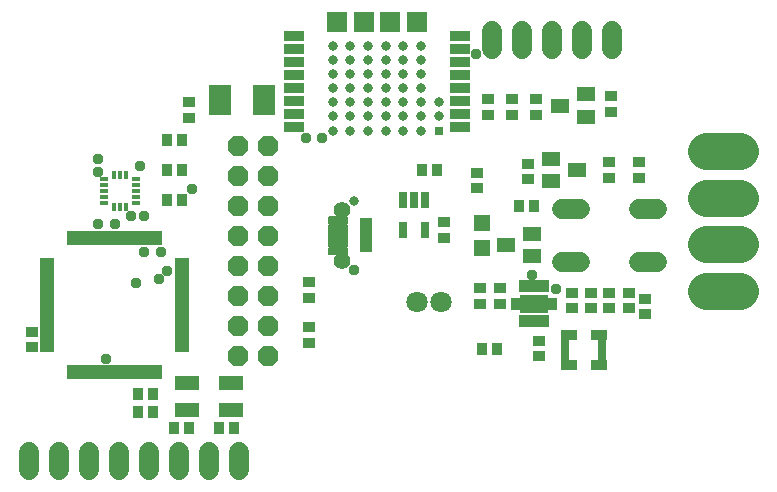
<source format=gbr>
G04 EAGLE Gerber X2 export*
%TF.Part,Single*%
%TF.FileFunction,Soldermask,Top,1*%
%TF.FilePolarity,Negative*%
%TF.GenerationSoftware,Autodesk,EAGLE,9.0.0*%
%TF.CreationDate,2018-08-29T12:33:52Z*%
G75*
%MOMM*%
%FSLAX34Y34*%
%LPD*%
%AMOC8*
5,1,8,0,0,1.08239X$1,22.5*%
G01*
%ADD10R,1.103200X0.903200*%
%ADD11R,0.903200X1.103200*%
%ADD12R,0.753200X1.403200*%
%ADD13R,0.750000X1.700000*%
%ADD14R,1.350000X0.900000*%
%ADD15R,1.403200X1.403200*%
%ADD16R,1.603200X1.203200*%
%ADD17C,1.727200*%
%ADD18R,1.703200X0.903200*%
%ADD19C,0.803200*%
%ADD20R,1.703200X1.703200*%
%ADD21R,0.803200X0.803200*%
%ADD22R,1.303200X0.488200*%
%ADD23R,0.488200X1.303200*%
%ADD24R,0.500000X1.053200*%
%ADD25R,0.903200X0.483200*%
%ADD26R,2.399794X1.649981*%
%ADD27R,2.103200X1.303200*%
%ADD28R,1.903200X2.603200*%
%ADD29R,0.703200X0.453200*%
%ADD30R,0.453200X0.703200*%
%ADD31P,1.869504X8X292.500000*%
%ADD32C,1.803200*%
%ADD33R,1.099338X3.001991*%
%ADD34C,0.130638*%
%ADD35C,1.411200*%
%ADD36C,0.953200*%
%ADD37C,0.703200*%
%ADD38C,3.098800*%
%ADD39C,0.959600*%


D10*
X501650Y402740D03*
X501650Y389740D03*
X600710Y225910D03*
X600710Y238910D03*
X491490Y229720D03*
X491490Y242720D03*
X524510Y198270D03*
X524510Y185270D03*
D11*
X198270Y138430D03*
X185270Y138430D03*
X198270Y153670D03*
X185270Y153670D03*
D10*
X472440Y327510D03*
X472440Y340510D03*
D11*
X228750Y124460D03*
X215750Y124460D03*
X253850Y124460D03*
X266850Y124460D03*
D10*
X444500Y285600D03*
X444500Y298600D03*
X95250Y205890D03*
X95250Y192890D03*
X585470Y405280D03*
X585470Y392280D03*
D12*
X428600Y317800D03*
X419100Y317800D03*
X409600Y317800D03*
X409600Y291800D03*
X428600Y291800D03*
D13*
X546860Y190500D03*
D14*
X549860Y203500D03*
X549860Y177500D03*
X575360Y203500D03*
X575360Y177500D03*
D13*
X578360Y190500D03*
D15*
X476250Y277028D03*
X476250Y298028D03*
D16*
X542720Y397510D03*
X564720Y407010D03*
X564720Y388010D03*
X557100Y342900D03*
X535100Y333400D03*
X535100Y352400D03*
X497000Y279400D03*
X519000Y288900D03*
X519000Y269900D03*
D10*
X521970Y389740D03*
X521970Y402740D03*
X584200Y225910D03*
X584200Y238910D03*
X552450Y238910D03*
X552450Y225910D03*
X568960Y238910D03*
X568960Y225910D03*
X474980Y229720D03*
X474980Y242720D03*
X584200Y349400D03*
X584200Y336400D03*
D11*
X489100Y191770D03*
X476100Y191770D03*
D10*
X515620Y348130D03*
X515620Y335130D03*
X609600Y349400D03*
X609600Y336400D03*
X481330Y389740D03*
X481330Y402740D03*
D11*
X507850Y312420D03*
X520850Y312420D03*
X425300Y342900D03*
X438300Y342900D03*
D10*
X614680Y233830D03*
X614680Y220830D03*
D17*
X609600Y264922D02*
X624840Y264922D01*
X624840Y310134D02*
X609600Y310134D01*
X559816Y264922D02*
X544576Y264922D01*
X544576Y310134D02*
X559816Y310134D01*
D18*
X317500Y456300D03*
X317500Y445300D03*
X317500Y434300D03*
X317500Y423300D03*
X317500Y412300D03*
X317500Y401300D03*
X317500Y390300D03*
X317500Y379300D03*
X457500Y379300D03*
X457500Y390300D03*
X457500Y401300D03*
X457500Y412300D03*
X457500Y423300D03*
X457500Y434300D03*
X457500Y445300D03*
X457500Y456300D03*
D19*
X365000Y388300D03*
X380000Y388300D03*
X395000Y388300D03*
X410000Y388300D03*
X365000Y400300D03*
X380000Y400300D03*
X395000Y400300D03*
X410000Y400300D03*
X365000Y412300D03*
X380000Y412300D03*
X395000Y412300D03*
X410000Y412300D03*
X365000Y424300D03*
X380000Y424300D03*
X395000Y424300D03*
X410000Y424300D03*
X365000Y436300D03*
X365000Y448300D03*
X380000Y448300D03*
X380000Y436300D03*
X395000Y436300D03*
X395000Y448300D03*
X410000Y448300D03*
X410000Y436300D03*
D20*
X353800Y468300D03*
X376300Y468300D03*
X398800Y468300D03*
X421300Y468300D03*
D19*
X350000Y388300D03*
X350000Y400300D03*
X350000Y412300D03*
X350000Y424300D03*
X350000Y436300D03*
X350000Y448300D03*
X425000Y388300D03*
X425000Y400300D03*
X425000Y412300D03*
X425000Y424300D03*
X425000Y436300D03*
X425000Y448300D03*
X365000Y376300D03*
X380000Y376300D03*
X395000Y376300D03*
X410000Y376300D03*
X350000Y376300D03*
X425000Y376300D03*
X440000Y388300D03*
X440000Y400300D03*
D21*
X440000Y376300D03*
D22*
X108100Y266100D03*
X108100Y261100D03*
X108100Y256100D03*
X108100Y251100D03*
X108100Y246100D03*
X108100Y241100D03*
X108100Y236100D03*
X108100Y231100D03*
X108100Y226100D03*
X108100Y221100D03*
X108100Y216100D03*
X108100Y211100D03*
X108100Y206100D03*
X108100Y201100D03*
X108100Y196100D03*
X108100Y191100D03*
D23*
X127600Y171600D03*
X132600Y171600D03*
X137600Y171600D03*
X142600Y171600D03*
X147600Y171600D03*
X152600Y171600D03*
X157600Y171600D03*
X162600Y171600D03*
X167600Y171600D03*
X172600Y171600D03*
X177600Y171600D03*
X182600Y171600D03*
X187600Y171600D03*
X192600Y171600D03*
X197600Y171600D03*
X202600Y171600D03*
X127600Y285600D03*
X132600Y285600D03*
X137600Y285600D03*
X142600Y285600D03*
X147600Y285600D03*
X152600Y285600D03*
X157600Y285600D03*
X162600Y285600D03*
X167600Y285600D03*
X172600Y285600D03*
X177600Y285600D03*
X182600Y285600D03*
X187600Y285600D03*
X192600Y285600D03*
X197600Y285600D03*
X202600Y285600D03*
D22*
X222100Y266100D03*
X222100Y261100D03*
X222100Y256100D03*
X222100Y251100D03*
X222100Y246100D03*
X222100Y241100D03*
X222100Y236100D03*
X222100Y231100D03*
X222100Y226100D03*
X222100Y221100D03*
X222100Y216100D03*
X222100Y211100D03*
X222100Y206100D03*
X222100Y201100D03*
X222100Y196100D03*
X222100Y191100D03*
D24*
X510700Y215120D03*
X515700Y215120D03*
X520700Y215120D03*
X525700Y215120D03*
X530700Y215120D03*
X530700Y244620D03*
X525700Y244620D03*
X520700Y244620D03*
X515700Y244620D03*
X510700Y244620D03*
D25*
X505700Y232370D03*
X505700Y227370D03*
X535700Y232370D03*
X535700Y227370D03*
D26*
X520700Y229870D03*
D27*
X263610Y162630D03*
X226610Y139630D03*
X263610Y139630D03*
X226610Y162630D03*
D28*
X291550Y402590D03*
X254550Y402590D03*
D29*
X156680Y335120D03*
X156680Y330120D03*
X156680Y325120D03*
X156680Y320120D03*
X156680Y315120D03*
D30*
X165180Y311620D03*
X170180Y311620D03*
X175180Y311620D03*
D29*
X183680Y315120D03*
X183680Y320120D03*
X183680Y325120D03*
X183680Y330120D03*
X183680Y335120D03*
D30*
X175180Y338620D03*
X170180Y338620D03*
X165180Y338620D03*
D10*
X228600Y387200D03*
X228600Y400200D03*
D11*
X222400Y368300D03*
X209400Y368300D03*
X222400Y342900D03*
X209400Y342900D03*
X209400Y317500D03*
X222400Y317500D03*
D17*
X92710Y104140D02*
X92710Y88900D01*
X118110Y88900D02*
X118110Y104140D01*
X143510Y104140D02*
X143510Y88900D01*
X168910Y88900D02*
X168910Y104140D01*
X194310Y104140D02*
X194310Y88900D01*
X219710Y88900D02*
X219710Y104140D01*
X245110Y104140D02*
X245110Y88900D01*
X270510Y88900D02*
X270510Y104140D01*
X485140Y445770D02*
X485140Y461010D01*
X510540Y461010D02*
X510540Y445770D01*
X535940Y445770D02*
X535940Y461010D01*
X561340Y461010D02*
X561340Y445770D01*
X586740Y445770D02*
X586740Y461010D01*
D31*
X270002Y363474D03*
X295402Y363474D03*
X270002Y338074D03*
X295402Y338074D03*
X270002Y312674D03*
X295402Y312674D03*
X270002Y287274D03*
X295402Y287274D03*
X270002Y261874D03*
X295402Y261874D03*
X270002Y236474D03*
X295402Y236474D03*
X270002Y211074D03*
X295402Y211074D03*
X270002Y185674D03*
X295402Y185674D03*
D32*
X441800Y231140D03*
X421800Y231140D03*
D10*
X330200Y247800D03*
X330200Y234800D03*
X330200Y209700D03*
X330200Y196700D03*
D33*
X378549Y287538D03*
D34*
X346683Y297915D02*
X346683Y303141D01*
X362409Y303141D01*
X362409Y297915D01*
X346683Y297915D01*
X346683Y299220D02*
X362409Y299220D01*
X362409Y300525D02*
X346683Y300525D01*
X346683Y301830D02*
X362409Y301830D01*
X362409Y303135D02*
X346683Y303135D01*
X346683Y296641D02*
X346683Y291415D01*
X346683Y296641D02*
X362409Y296641D01*
X362409Y291415D01*
X346683Y291415D01*
X346683Y292720D02*
X362409Y292720D01*
X362409Y294025D02*
X346683Y294025D01*
X346683Y295330D02*
X362409Y295330D01*
X362409Y296635D02*
X346683Y296635D01*
X346683Y290141D02*
X346683Y284915D01*
X346683Y290141D02*
X362409Y290141D01*
X362409Y284915D01*
X346683Y284915D01*
X346683Y286220D02*
X362409Y286220D01*
X362409Y287525D02*
X346683Y287525D01*
X346683Y288830D02*
X362409Y288830D01*
X362409Y290135D02*
X346683Y290135D01*
X346683Y283641D02*
X346683Y278415D01*
X346683Y283641D02*
X362409Y283641D01*
X362409Y278415D01*
X346683Y278415D01*
X346683Y279720D02*
X362409Y279720D01*
X362409Y281025D02*
X346683Y281025D01*
X346683Y282330D02*
X362409Y282330D01*
X362409Y283635D02*
X346683Y283635D01*
X346683Y277141D02*
X346683Y271915D01*
X346683Y277141D02*
X362409Y277141D01*
X362409Y271915D01*
X346683Y271915D01*
X346683Y273220D02*
X362409Y273220D01*
X362409Y274525D02*
X346683Y274525D01*
X346683Y275830D02*
X362409Y275830D01*
X362409Y277135D02*
X346683Y277135D01*
D35*
X357546Y309028D03*
X357546Y266028D03*
D19*
X368046Y316778D03*
D36*
X368046Y258278D03*
D37*
X378546Y287528D03*
D38*
X666242Y359156D02*
X695198Y359156D01*
X695198Y319532D02*
X666242Y319532D01*
X666242Y279908D02*
X695198Y279908D01*
X695198Y240284D02*
X666242Y240284D01*
D39*
X151130Y296926D03*
X183134Y247142D03*
X151130Y341376D03*
X519176Y254254D03*
X538734Y241808D03*
X165354Y296926D03*
X202692Y250698D03*
X151130Y352044D03*
X341376Y369824D03*
X327152Y369824D03*
X158242Y183134D03*
X471170Y440944D03*
X179578Y304038D03*
X186690Y346710D03*
X231140Y327152D03*
X209804Y257810D03*
X204470Y273812D03*
X190246Y273812D03*
X190246Y304038D03*
M02*

</source>
